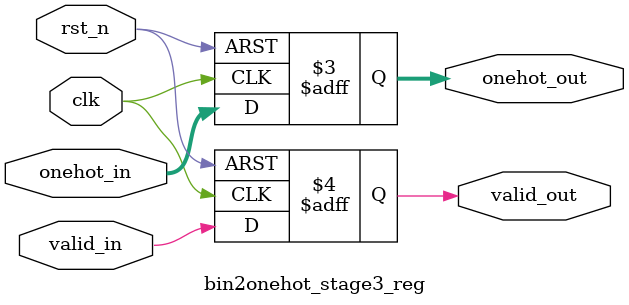
<source format=sv>

module bin2onehot_pipeline #(
    parameter IN_WIDTH = 4
)(
    input  wire                     clk,
    input  wire                     rst_n,
    input  wire                     valid_in,
    input  wire [IN_WIDTH-1:0]      bin_in,
    output wire                     valid_out,
    output reg  [(2**IN_WIDTH)-1:0] onehot_out
);

    // Internal pipeline signals
    wire [IN_WIDTH-1:0]             bin_in_stage1;
    wire                            valid_stage1;
    wire [(2**IN_WIDTH)-1:0]        onehot_stage2;
    wire                            valid_stage2;
    wire [(2**IN_WIDTH)-1:0]        onehot_stage3;
    wire                            valid_stage3;

    // Stage 1: Input Register
    bin2onehot_stage1_reg #(
        .IN_WIDTH(IN_WIDTH)
    ) u_stage1_reg (
        .clk        (clk),
        .rst_n      (rst_n),
        .bin_in     (bin_in),
        .valid_in   (valid_in),
        .bin_out    (bin_in_stage1),
        .valid_out  (valid_stage1)
    );

    // Stage 2: One-hot Calculation
    bin2onehot_stage2_encode #(
        .IN_WIDTH(IN_WIDTH)
    ) u_stage2_encode (
        .clk            (clk),
        .rst_n          (rst_n),
        .bin_in         (bin_in_stage1),
        .valid_in       (valid_stage1),
        .onehot_out     (onehot_stage2),
        .valid_out      (valid_stage2)
    );

    // Stage 3: Output Register
    bin2onehot_stage3_reg #(
        .IN_WIDTH(IN_WIDTH)
    ) u_stage3_reg (
        .clk            (clk),
        .rst_n          (rst_n),
        .onehot_in      (onehot_stage2),
        .valid_in       (valid_stage2),
        .onehot_out     (onehot_stage3),
        .valid_out      (valid_stage3)
    );

    assign valid_out = valid_stage3;

    // Output register with output enable
    always @(posedge clk or negedge rst_n) begin
        if (!rst_n)
            onehot_out <= {(2**IN_WIDTH){1'b0}};
        else if (valid_stage3)
            onehot_out <= onehot_stage3;
    end

endmodule

//------------------------------------------------------------------------------
// Stage 1: Input register stage
// Captures binary input and valid signal
//------------------------------------------------------------------------------
module bin2onehot_stage1_reg #(
    parameter IN_WIDTH = 4
)(
    input  wire                 clk,
    input  wire                 rst_n,
    input  wire [IN_WIDTH-1:0]  bin_in,
    input  wire                 valid_in,
    output reg  [IN_WIDTH-1:0]  bin_out,
    output reg                  valid_out
);
    always @(posedge clk or negedge rst_n) begin
        if (!rst_n) begin
            bin_out   <= {IN_WIDTH{1'b0}};
            valid_out <= 1'b0;
        end else begin
            bin_out   <= bin_in;
            valid_out <= valid_in;
        end
    end
endmodule

//------------------------------------------------------------------------------
// Stage 2: One-hot encoding stage
// Performs one-hot calculation on registered binary input
//------------------------------------------------------------------------------
module bin2onehot_stage2_encode #(
    parameter IN_WIDTH = 4
)(
    input  wire                     clk,
    input  wire                     rst_n,
    input  wire [IN_WIDTH-1:0]      bin_in,
    input  wire                     valid_in,
    output reg  [(2**IN_WIDTH)-1:0] onehot_out,
    output reg                      valid_out
);
    always @(posedge clk or negedge rst_n) begin
        if (!rst_n) begin
            onehot_out <= {(2**IN_WIDTH){1'b0}};
            valid_out  <= 1'b0;
        end else begin
            onehot_out <= ({{(2**IN_WIDTH-1){1'b0}}, 1'b1} << bin_in);
            valid_out  <= valid_in;
        end
    end
endmodule

//------------------------------------------------------------------------------
// Stage 3: Output register stage
// Registers one-hot output and valid signal for output stage
//------------------------------------------------------------------------------
module bin2onehot_stage3_reg #(
    parameter IN_WIDTH = 4
)(
    input  wire                     clk,
    input  wire                     rst_n,
    input  wire [(2**IN_WIDTH)-1:0] onehot_in,
    input  wire                     valid_in,
    output reg  [(2**IN_WIDTH)-1:0] onehot_out,
    output reg                      valid_out
);
    always @(posedge clk or negedge rst_n) begin
        if (!rst_n) begin
            onehot_out <= {(2**IN_WIDTH){1'b0}};
            valid_out  <= 1'b0;
        end else begin
            onehot_out <= onehot_in;
            valid_out  <= valid_in;
        end
    end
endmodule
</source>
